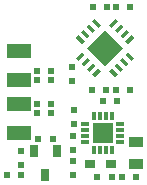
<source format=gtp>
G04 #@! TF.FileFunction,Paste,Top*
%FSLAX46Y46*%
G04 Gerber Fmt 4.6, Leading zero omitted, Abs format (unit mm)*
G04 Created by KiCad (PCBNEW 4.0.5) date Saturday 15 April 2017 18:44:44*
%MOMM*%
%LPD*%
G01*
G04 APERTURE LIST*
%ADD10C,0.100000*%
%ADD11R,0.600000X0.500000*%
%ADD12R,0.800100X1.000000*%
%ADD13R,0.900000X0.800000*%
%ADD14R,1.300000X0.900000*%
%ADD15R,0.500000X0.600000*%
%ADD16R,2.000000X1.200000*%
%ADD17R,0.750000X0.300000*%
%ADD18R,0.300000X0.750000*%
%ADD19R,1.700000X1.700000*%
G04 APERTURE END LIST*
D10*
D11*
X14000000Y800000D03*
X15200000Y800000D03*
X13150000Y800000D03*
X11950000Y800000D03*
X6950000Y4000000D03*
X8150000Y4000000D03*
X6850000Y6250000D03*
X8050000Y6250000D03*
X6850000Y9750000D03*
X8050000Y9750000D03*
D12*
X8500000Y3000760D03*
X6600000Y3000760D03*
X7550000Y1001780D03*
D11*
X6850000Y7000000D03*
X8050000Y7000000D03*
X8050000Y9000000D03*
X6850000Y9000000D03*
X12700000Y8150000D03*
X11500000Y8150000D03*
D13*
X13100000Y1900000D03*
X11300000Y1900000D03*
D14*
X15200000Y3800000D03*
X15200000Y1900000D03*
D15*
X9850000Y1000000D03*
X9850000Y2200000D03*
D11*
X13650000Y7200000D03*
X12450000Y7200000D03*
X14750000Y8150000D03*
X13550000Y8150000D03*
X11550000Y15200000D03*
X12750000Y15200000D03*
D15*
X9800000Y10100000D03*
X9800000Y8900000D03*
D11*
X14750000Y15200000D03*
X13550000Y15200000D03*
D15*
X5500000Y1800000D03*
X5500000Y3000000D03*
D11*
X5500000Y1000000D03*
X4300000Y1000000D03*
D15*
X9950000Y5300000D03*
X9950000Y6500000D03*
X9850000Y4300000D03*
X9850000Y3100000D03*
D16*
X5300000Y4500000D03*
X5300000Y7000000D03*
X5300000Y9000000D03*
X5300000Y11500000D03*
D10*
G36*
X14859099Y12821231D02*
X15071231Y12609099D01*
X14540901Y12078769D01*
X14328769Y12290901D01*
X14859099Y12821231D01*
X14859099Y12821231D01*
G37*
G36*
X14399479Y13280851D02*
X14611611Y13068719D01*
X14081281Y12538389D01*
X13869149Y12750521D01*
X14399479Y13280851D01*
X14399479Y13280851D01*
G37*
G36*
X13939860Y13740470D02*
X14151992Y13528338D01*
X13621662Y12998008D01*
X13409530Y13210140D01*
X13939860Y13740470D01*
X13939860Y13740470D01*
G37*
G36*
X13480240Y14200090D02*
X13692372Y13987958D01*
X13162042Y13457628D01*
X12949910Y13669760D01*
X13480240Y14200090D01*
X13480240Y14200090D01*
G37*
G36*
X11500342Y13987958D02*
X11712474Y14200090D01*
X12242804Y13669760D01*
X12030672Y13457628D01*
X11500342Y13987958D01*
X11500342Y13987958D01*
G37*
G36*
X11040722Y13528338D02*
X11252854Y13740470D01*
X11783184Y13210140D01*
X11571052Y12998008D01*
X11040722Y13528338D01*
X11040722Y13528338D01*
G37*
G36*
X10581103Y13068719D02*
X10793235Y13280851D01*
X11323565Y12750521D01*
X11111433Y12538389D01*
X10581103Y13068719D01*
X10581103Y13068719D01*
G37*
G36*
X10121483Y12609099D02*
X10333615Y12821231D01*
X10863945Y12290901D01*
X10651813Y12078769D01*
X10121483Y12609099D01*
X10121483Y12609099D01*
G37*
G36*
X10651813Y11371663D02*
X10863945Y11159531D01*
X10333615Y10629201D01*
X10121483Y10841333D01*
X10651813Y11371663D01*
X10651813Y11371663D01*
G37*
G36*
X11111433Y10912043D02*
X11323565Y10699911D01*
X10793235Y10169581D01*
X10581103Y10381713D01*
X11111433Y10912043D01*
X11111433Y10912043D01*
G37*
G36*
X11571052Y10452424D02*
X11783184Y10240292D01*
X11252854Y9709962D01*
X11040722Y9922094D01*
X11571052Y10452424D01*
X11571052Y10452424D01*
G37*
G36*
X12030672Y9992804D02*
X12242804Y9780672D01*
X11712474Y9250342D01*
X11500342Y9462474D01*
X12030672Y9992804D01*
X12030672Y9992804D01*
G37*
G36*
X12949910Y9780672D02*
X13162042Y9992804D01*
X13692372Y9462474D01*
X13480240Y9250342D01*
X12949910Y9780672D01*
X12949910Y9780672D01*
G37*
G36*
X13409530Y10240292D02*
X13621662Y10452424D01*
X14151992Y9922094D01*
X13939860Y9709962D01*
X13409530Y10240292D01*
X13409530Y10240292D01*
G37*
G36*
X13869149Y10699911D02*
X14081281Y10912043D01*
X14611611Y10381713D01*
X14399479Y10169581D01*
X13869149Y10699911D01*
X13869149Y10699911D01*
G37*
G36*
X14328769Y11159531D02*
X14540901Y11371663D01*
X15071231Y10841333D01*
X14859099Y10629201D01*
X14328769Y11159531D01*
X14328769Y11159531D01*
G37*
G36*
X12596357Y13280851D02*
X14151992Y11725216D01*
X12596357Y10169581D01*
X11040722Y11725216D01*
X12596357Y13280851D01*
X12596357Y13280851D01*
G37*
D17*
X13875000Y3775000D03*
X13875000Y4275000D03*
X13875000Y4775000D03*
X13875000Y5275000D03*
D18*
X13150000Y6000000D03*
X12650000Y6000000D03*
X12150000Y6000000D03*
X11650000Y6000000D03*
D17*
X10925000Y5275000D03*
X10925000Y4775000D03*
X10925000Y4275000D03*
X10925000Y3775000D03*
D18*
X11650000Y3050000D03*
X12150000Y3050000D03*
X12650000Y3050000D03*
X13150000Y3050000D03*
D19*
X12400000Y4525000D03*
M02*

</source>
